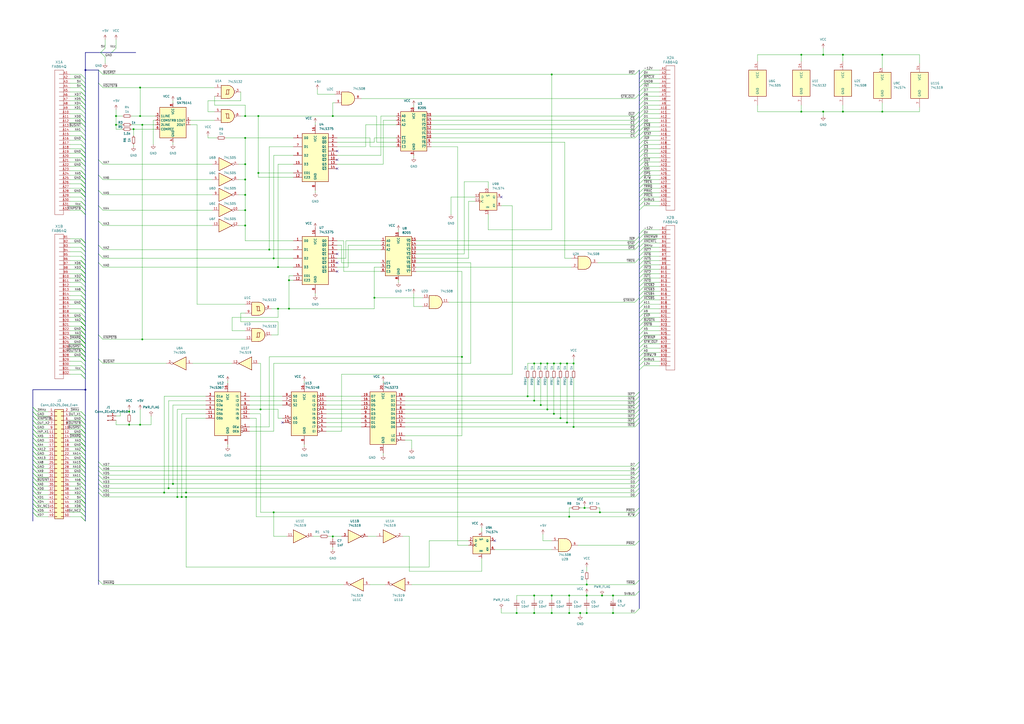
<source format=kicad_sch>
(kicad_sch (version 20230121) (generator eeschema)

  (uuid e1344761-a16d-4352-afe7-1fe017b9cf49)

  (paper "A2")

  (title_block
    (title "DataBoard 5076-00")
    (date "2023-10-10")
    (rev "v1.01")
    (company "SweProj")
    (comment 1 "Monty to 4680 int")
  )

  

  (junction (at 49.53 226.06) (diameter 0) (color 0 0 0 0)
    (uuid 0248e787-6e1c-49e8-8b0b-0fc7558c67a5)
  )
  (junction (at 317.5 210.82) (diameter 0) (color 0 0 0 0)
    (uuid 04c8b2f6-686d-47e3-b5a2-df1d329fddf4)
  )
  (junction (at 81.28 246.38) (diameter 0) (color 0 0 0 0)
    (uuid 05b763b4-6408-49b5-b87b-cda311d9b6ce)
  )
  (junction (at 325.12 210.82) (diameter 0) (color 0 0 0 0)
    (uuid 0676be0b-c282-460d-ba0d-8748dc82faae)
  )
  (junction (at 339.09 294.64) (diameter 0) (color 0 0 0 0)
    (uuid 076d30f8-018c-402d-8d10-5dcfd3142667)
  )
  (junction (at 321.31 210.82) (diameter 0) (color 0 0 0 0)
    (uuid 0a9ee528-782b-49f8-8e38-eb7acbb6c0d7)
  )
  (junction (at 328.93 210.82) (diameter 0) (color 0 0 0 0)
    (uuid 20561860-3292-462b-a3b8-30e9eb14e698)
  )
  (junction (at 149.86 67.31) (diameter 0) (color 0 0 0 0)
    (uuid 244cec5f-57b0-4577-8df4-68a098bbbd43)
  )
  (junction (at 81.28 50.8) (diameter 0) (color 0 0 0 0)
    (uuid 2871969b-8769-4be0-a32e-a479d171a607)
  )
  (junction (at 217.17 172.72) (diameter 0) (color 0 0 0 0)
    (uuid 2aed1204-9991-4d21-9d3d-b1782b590b56)
  )
  (junction (at 355.6 355.6) (diameter 0) (color 0 0 0 0)
    (uuid 35d8cc86-0511-42a3-8650-711c5366c23e)
  )
  (junction (at 299.72 355.6) (diameter 0) (color 0 0 0 0)
    (uuid 365dcba7-1ede-46d0-bfbb-0e40c98742de)
  )
  (junction (at 102.87 288.29) (diameter 0) (color 0 0 0 0)
    (uuid 3b35ce85-19d7-4a6c-a1d6-fd3efe2fa667)
  )
  (junction (at 309.88 232.41) (diameter 0) (color 0 0 0 0)
    (uuid 3b41404b-7d33-419f-8ddc-fbc7b5f068d8)
  )
  (junction (at 488.95 31.75) (diameter 0) (color 0 0 0 0)
    (uuid 3f71e12f-9502-42fe-8fa4-76c17bf6f9ab)
  )
  (junction (at 488.95 64.77) (diameter 0) (color 0 0 0 0)
    (uuid 41c7bd49-d3fb-40d4-8025-9d740a1f1fb6)
  )
  (junction (at 193.04 67.31) (diameter 0) (color 0 0 0 0)
    (uuid 463a61d8-6573-4061-ace2-17272ca41461)
  )
  (junction (at 267.97 207.01) (diameter 0) (color 0 0 0 0)
    (uuid 4cd5d0fe-7726-4814-b42d-12e9eaa2c5eb)
  )
  (junction (at 105.41 288.29) (diameter 0) (color 0 0 0 0)
    (uuid 4d2d9c93-7574-427a-bcbc-2766a597db87)
  )
  (junction (at 74.93 238.76) (diameter 0) (color 0 0 0 0)
    (uuid 4dc0c810-8e51-4caa-86e9-d15c06376576)
  )
  (junction (at 81.28 67.31) (diameter 0) (color 0 0 0 0)
    (uuid 536aeeca-5580-4e0e-984e-11306e10c7d8)
  )
  (junction (at 477.52 31.75) (diameter 0) (color 0 0 0 0)
    (uuid 58eb98d7-c281-4785-bd70-f57fa4ffcbd6)
  )
  (junction (at 511.81 31.75) (diameter 0) (color 0 0 0 0)
    (uuid 59a0d944-b2af-4f7e-8f63-17d3a1503b5e)
  )
  (junction (at 340.36 345.44) (diameter 0) (color 0 0 0 0)
    (uuid 59aa40ac-4ad0-441d-b7a9-6a7cbadad7fe)
  )
  (junction (at 336.55 355.6) (diameter 0) (color 0 0 0 0)
    (uuid 5ce13f3b-69d9-49dd-993b-8335328d2433)
  )
  (junction (at 161.29 154.94) (diameter 0) (color 0 0 0 0)
    (uuid 5e59be98-c4fc-4a0e-bebe-1f5ef853b042)
  )
  (junction (at 317.5 237.49) (diameter 0) (color 0 0 0 0)
    (uuid 6283ca0d-6985-4ebe-93e1-c09794e8cf40)
  )
  (junction (at 306.07 229.87) (diameter 0) (color 0 0 0 0)
    (uuid 637f436c-1771-470a-b3b6-76c0eeb5f7e3)
  )
  (junction (at 74.93 246.38) (diameter 0) (color 0 0 0 0)
    (uuid 63ca8bee-5e2b-4493-9d4b-946882d8c859)
  )
  (junction (at 477.52 64.77) (diameter 0) (color 0 0 0 0)
    (uuid 742026d4-df07-4383-b04c-cadbe184b998)
  )
  (junction (at 100.33 280.67) (diameter 0) (color 0 0 0 0)
    (uuid 7592db09-49d4-4924-9d55-27d5340981bb)
  )
  (junction (at 107.95 288.29) (diameter 0) (color 0 0 0 0)
    (uuid 7a72217c-afb2-47fc-9abf-8714d39f2b34)
  )
  (junction (at 161.29 179.07) (diameter 0) (color 0 0 0 0)
    (uuid 7e5b2ada-dc72-4175-9977-de205741c7bc)
  )
  (junction (at 309.88 345.44) (diameter 0) (color 0 0 0 0)
    (uuid 863df668-b970-4b28-93c2-29ab8aecb9ba)
  )
  (junction (at 330.2 345.44) (diameter 0) (color 0 0 0 0)
    (uuid 875a4fdb-2964-40ff-ad73-10467ef58a3c)
  )
  (junction (at 511.81 64.77) (diameter 0) (color 0 0 0 0)
    (uuid 87eaac93-63a4-485f-aaed-3fb1d24ca7da)
  )
  (junction (at 97.79 283.21) (diameter 0) (color 0 0 0 0)
    (uuid 89d34fb8-0470-41db-a2bf-e1f261ec228e)
  )
  (junction (at 321.31 240.03) (diameter 0) (color 0 0 0 0)
    (uuid 8d19af47-851f-4651-9c44-51687c649a89)
  )
  (junction (at 313.69 210.82) (diameter 0) (color 0 0 0 0)
    (uuid 8fb2d03f-ab45-49b1-89b4-6858872af2e0)
  )
  (junction (at 320.04 355.6) (diameter 0) (color 0 0 0 0)
    (uuid 8fe63b48-de2c-498e-88e6-28489917b8ae)
  )
  (junction (at 142.24 130.81) (diameter 0) (color 0 0 0 0)
    (uuid 92fbef43-2de5-455e-b680-b9b33ef4a881)
  )
  (junction (at 355.6 345.44) (diameter 0) (color 0 0 0 0)
    (uuid 94a6e341-7b90-4a89-a151-fbcd9c44d106)
  )
  (junction (at 330.2 355.6) (diameter 0) (color 0 0 0 0)
    (uuid 99b34b48-aefc-46c8-9da7-7925dd3e815b)
  )
  (junction (at 77.47 74.93) (diameter 0) (color 0 0 0 0)
    (uuid 9ac1f459-db68-4401-b018-7c2bea440953)
  )
  (junction (at 49.53 40.64) (diameter 0) (color 0 0 0 0)
    (uuid 9b78e78c-bfb5-45a2-9e0f-fec7ad8c0819)
  )
  (junction (at 142.24 113.03) (diameter 0) (color 0 0 0 0)
    (uuid 9f816032-29e2-4044-87e3-15f626160ab3)
  )
  (junction (at 325.12 242.57) (diameter 0) (color 0 0 0 0)
    (uuid acee02d5-0aa1-4dad-ad9c-ed4180780cb7)
  )
  (junction (at 67.31 72.39) (diameter 0) (color 0 0 0 0)
    (uuid ae2d3e84-afce-4676-b513-c6bc572da133)
  )
  (junction (at 332.74 247.65) (diameter 0) (color 0 0 0 0)
    (uuid b019e1bf-8ff3-4cf7-95bf-026af145c021)
  )
  (junction (at 142.24 104.14) (diameter 0) (color 0 0 0 0)
    (uuid b0fa76ea-a212-4397-978c-b505bdca798a)
  )
  (junction (at 193.04 311.15) (diameter 0) (color 0 0 0 0)
    (uuid b376419f-c74c-4466-a82c-2628c9bb67e1)
  )
  (junction (at 340.36 355.6) (diameter 0) (color 0 0 0 0)
    (uuid b7faae5e-fa60-4060-97d6-c8e84614a341)
  )
  (junction (at 95.25 285.75) (diameter 0) (color 0 0 0 0)
    (uuid bc9fd276-f409-482e-af5b-f6872115c91d)
  )
  (junction (at 158.75 149.86) (diameter 0) (color 0 0 0 0)
    (uuid bde5f379-fcfc-49e0-a7df-dc1668ec539b)
  )
  (junction (at 142.24 95.25) (diameter 0) (color 0 0 0 0)
    (uuid bf52f8c7-ae61-40c2-91f3-6e763423c660)
  )
  (junction (at 320.04 43.18) (diameter 0) (color 0 0 0 0)
    (uuid bfe65633-8ae6-4e45-8383-47d5230ea082)
  )
  (junction (at 149.86 100.33) (diameter 0) (color 0 0 0 0)
    (uuid c0f447b0-d538-4db2-ad79-b99289a6e89b)
  )
  (junction (at 347.98 297.18) (diameter 0) (color 0 0 0 0)
    (uuid c502b7f9-7665-4e17-a0c7-60a03e9eddcc)
  )
  (junction (at 309.88 210.82) (diameter 0) (color 0 0 0 0)
    (uuid c5e57471-5085-4068-a799-296ff1565467)
  )
  (junction (at 330.2 299.72) (diameter 0) (color 0 0 0 0)
    (uuid c755e985-d194-4b5f-8811-d158ae813f2f)
  )
  (junction (at 82.55 72.39) (diameter 0) (color 0 0 0 0)
    (uuid ca6b8ad1-5ec8-4ff6-a4d4-29b96d07bd77)
  )
  (junction (at 142.24 67.31) (diameter 0) (color 0 0 0 0)
    (uuid cc14543c-c026-49ba-8e0e-722b86da38fe)
  )
  (junction (at 349.25 345.44) (diameter 0) (color 0 0 0 0)
    (uuid ce90a040-e41f-4f5e-bc95-1dbdcfd15a5b)
  )
  (junction (at 67.31 67.31) (diameter 0) (color 0 0 0 0)
    (uuid d0625e38-f200-46af-acbc-ac8b1c831df7)
  )
  (junction (at 151.13 237.49) (diameter 0) (color 0 0 0 0)
    (uuid d0dccd0c-4e09-4027-9bdf-4e1aaef4722a)
  )
  (junction (at 464.82 64.77) (diameter 0) (color 0 0 0 0)
    (uuid d1be2fa8-2492-491e-bacc-1b125f079b8a)
  )
  (junction (at 320.04 345.44) (diameter 0) (color 0 0 0 0)
    (uuid d53f213e-8d37-48c3-9a1f-47923cc35ac8)
  )
  (junction (at 464.82 31.75) (diameter 0) (color 0 0 0 0)
    (uuid d6b250d2-c821-4fb3-b815-58c0149bab00)
  )
  (junction (at 107.95 285.75) (diameter 0) (color 0 0 0 0)
    (uuid d8cf58eb-05ae-49ad-a7c2-c5adf693f0a3)
  )
  (junction (at 158.75 297.18) (diameter 0) (color 0 0 0 0)
    (uuid da9d8871-79a0-42f2-9411-088f2f82ea4e)
  )
  (junction (at 340.36 339.09) (diameter 0) (color 0 0 0 0)
    (uuid dab38522-c4d7-4334-b3af-bbf22201fcf5)
  )
  (junction (at 82.55 196.85) (diameter 0) (color 0 0 0 0)
    (uuid dbe9aecd-2213-4d05-8afb-451484886798)
  )
  (junction (at 167.64 179.07) (diameter 0) (color 0 0 0 0)
    (uuid dc559b71-63dd-4d60-afe6-1af294dbdd4d)
  )
  (junction (at 156.21 144.78) (diameter 0) (color 0 0 0 0)
    (uuid dee762d4-b1c6-4ba0-814b-b918fe7d5971)
  )
  (junction (at 328.93 245.11) (diameter 0) (color 0 0 0 0)
    (uuid e957b1e1-d3eb-447d-9b27-f15170d20dc8)
  )
  (junction (at 142.24 121.92) (diameter 0) (color 0 0 0 0)
    (uuid ee6736de-23d0-4e8d-87d0-2997d5b9f9dc)
  )
  (junction (at 313.69 234.95) (diameter 0) (color 0 0 0 0)
    (uuid f242e516-387d-4955-93a9-5e6b7824f23b)
  )
  (junction (at 309.88 355.6) (diameter 0) (color 0 0 0 0)
    (uuid f6fad894-c0ac-4004-8ab3-cbd2f9c9ce69)
  )
  (junction (at 167.64 162.56) (diameter 0) (color 0 0 0 0)
    (uuid f801c657-6ced-4a58-b03d-8f558cc360b9)
  )
  (junction (at 332.74 210.82) (diameter 0) (color 0 0 0 0)
    (uuid fb9ed87d-88c4-4a24-8910-ad6e260b4701)
  )
  (junction (at 142.24 80.01) (diameter 0) (color 0 0 0 0)
    (uuid fd46a241-fe18-4a7b-a7bf-7fee70609123)
  )

  (no_connect (at 195.58 157.48) (uuid 09e04520-eccc-4f39-8ae7-935869baaedf))
  (no_connect (at 195.58 92.71) (uuid 0a582aaa-687a-45b7-a409-093ac710658d))
  (no_connect (at 195.58 87.63) (uuid 1b6c93b4-dbf8-418b-98dd-0722835823de))
  (no_connect (at 195.58 152.4) (uuid 2b360dac-74e6-46f4-91d1-b6dad72aabb4))
  (no_connect (at 163.83 245.11) (uuid 56a0eb0a-b57d-4aa4-b084-6b1ecb6e0141))
  (no_connect (at 195.58 97.79) (uuid 6b5e20f7-02f4-4487-ba39-30e046acc394))
  (no_connect (at 195.58 147.32) (uuid 76b99f86-79ec-447e-8a3b-de7e0eff834c))
  (no_connect (at 290.83 114.3) (uuid 96fef367-56c8-4746-8e1f-85d7793b30e2))
  (no_connect (at 287.02 313.69) (uuid b52b27f9-4786-4313-bcb4-c5768e4e8763))

  (bus_entry (at 373.38 209.55) (size -2.54 2.54)
    (stroke (width 0) (type default))
    (uuid 00626d44-c8b8-4b38-9cde-71900294fd2e)
  )
  (bus_entry (at 46.99 163.83) (size 2.54 2.54)
    (stroke (width 0) (type default))
    (uuid 00d3dff9-bb1b-4a60-b916-59bad80da8cc)
  )
  (bus_entry (at 373.38 68.58) (size -2.54 2.54)
    (stroke (width 0) (type default))
    (uuid 01010636-6a17-42dd-9380-162e0e12f25b)
  )
  (bus_entry (at 57.15 128.27) (size 2.54 2.54)
    (stroke (width 0) (type default))
    (uuid 017cd690-d748-4cd4-b37c-4887931a7193)
  )
  (bus_entry (at 21.59 292.1) (size -2.54 -2.54)
    (stroke (width 0) (type default))
    (uuid 01c276da-ea1c-434c-9c20-906d58d35d38)
  )
  (bus_entry (at 21.59 274.32) (size -2.54 -2.54)
    (stroke (width 0) (type default))
    (uuid 01e7af3a-b92a-4c78-8d85-f68f45590ab9)
  )
  (bus_entry (at 373.38 173.99) (size -2.54 2.54)
    (stroke (width 0) (type default))
    (uuid 031b8c7d-43da-4ccc-a6fc-99f9fadd6342)
  )
  (bus_entry (at 373.38 201.93) (size -2.54 2.54)
    (stroke (width 0) (type default))
    (uuid 03386a55-d652-4111-8401-59d94af188a8)
  )
  (bus_entry (at 46.99 91.44) (size 2.54 2.54)
    (stroke (width 0) (type default))
    (uuid 03c7bd74-a880-44d5-9cfb-06f328dd7ea1)
  )
  (bus_entry (at 46.99 246.38) (size 2.54 2.54)
    (stroke (width 0) (type default))
    (uuid 041591bb-fbb7-45f1-8b22-6b43ec72209c)
  )
  (bus_entry (at 46.99 81.28) (size 2.54 2.54)
    (stroke (width 0) (type default))
    (uuid 051ee245-da2c-4d91-bec0-d87155db3b0c)
  )
  (bus_entry (at 373.38 88.9) (size -2.54 2.54)
    (stroke (width 0) (type default))
    (uuid 0593435c-a3a6-4303-8ee1-e2f747df2db5)
  )
  (bus_entry (at 46.99 91.44) (size 2.54 2.54)
    (stroke (width 0) (type default))
    (uuid 06a91598-7a99-4bf1-95fb-18942d459f97)
  )
  (bus_entry (at 373.38 45.72) (size -2.54 2.54)
    (stroke (width 0) (type default))
    (uuid 07e61786-b53e-4eea-a736-399d1db323d2)
  )
  (bus_entry (at 21.59 279.4) (size -2.54 -2.54)
    (stroke (width 0) (type default))
    (uuid 07e8641d-0f2a-4f0e-93b7-d69f7db98131)
  )
  (bus_entry (at 46.99 161.29) (size 2.54 2.54)
    (stroke (width 0) (type default))
    (uuid 0940ac63-080f-40fb-a992-a56ae663be12)
  )
  (bus_entry (at 46.99 207.01) (size 2.54 2.54)
    (stroke (width 0) (type default))
    (uuid 097d6681-8084-4981-bdfb-3dda3e61a594)
  )
  (bus_entry (at 46.99 48.26) (size 2.54 2.54)
    (stroke (width 0) (type default))
    (uuid 0a57f88b-6a1e-4cf3-a03f-55d4ccfdc902)
  )
  (bus_entry (at 46.99 204.47) (size 2.54 2.54)
    (stroke (width 0) (type default))
    (uuid 0b76dbbc-4e8b-4f3d-b6c1-201ca306b253)
  )
  (bus_entry (at 46.99 179.07) (size 2.54 2.54)
    (stroke (width 0) (type default))
    (uuid 0c1e2bd8-f4ab-4827-bf99-02d43cf0f3dd)
  )
  (bus_entry (at 46.99 101.6) (size 2.54 2.54)
    (stroke (width 0) (type default))
    (uuid 0d4c2366-f664-4261-b04e-587f987a2bd9)
  )
  (bus_entry (at 21.59 276.86) (size -2.54 -2.54)
    (stroke (width 0) (type default))
    (uuid 0e0ebf8b-fc49-4929-92e4-44a6d890c5d9)
  )
  (bus_entry (at 373.38 55.88) (size -2.54 2.54)
    (stroke (width 0) (type default))
    (uuid 0ebcffc0-8f68-4080-8c66-264c38c9b22f)
  )
  (bus_entry (at 368.3 299.72) (size 2.54 -2.54)
    (stroke (width 0) (type default))
    (uuid 0f654034-395a-4d19-916d-a329ff744fe8)
  )
  (bus_entry (at 373.38 158.75) (size -2.54 2.54)
    (stroke (width 0) (type default))
    (uuid 0f96745d-9cc4-47b0-b110-7258aa92c025)
  )
  (bus_entry (at 46.99 76.2) (size 2.54 2.54)
    (stroke (width 0) (type default))
    (uuid 1078915f-6439-417b-9c09-0af14323030e)
  )
  (bus_entry (at 368.3 237.49) (size 2.54 -2.54)
    (stroke (width 0) (type default))
    (uuid 10b50ae2-11a9-4577-bb67-5e34e174be8a)
  )
  (bus_entry (at 46.99 111.76) (size 2.54 2.54)
    (stroke (width 0) (type default))
    (uuid 10b6aaa8-79fb-40f5-b39c-f98db5192fb8)
  )
  (bus_entry (at 46.99 196.85) (size 2.54 2.54)
    (stroke (width 0) (type default))
    (uuid 111f3560-f1c8-4c76-a829-cd8de6a5d4b5)
  )
  (bus_entry (at 373.38 76.2) (size -2.54 2.54)
    (stroke (width 0) (type default))
    (uuid 11347683-79b8-48fd-a357-e86bf63fa540)
  )
  (bus_entry (at 46.99 254) (size 2.54 2.54)
    (stroke (width 0) (type default))
    (uuid 11d3c47a-0973-48c6-bb9b-cdbe3139fe76)
  )
  (bus_entry (at 46.99 151.13) (size 2.54 2.54)
    (stroke (width 0) (type default))
    (uuid 135f014e-2d53-484b-914a-bcc89846cf8d)
  )
  (bus_entry (at 46.99 140.97) (size 2.54 2.54)
    (stroke (width 0) (type default))
    (uuid 13633ca1-340c-41d8-a17e-34bcbdfcedfc)
  )
  (bus_entry (at 21.59 246.38) (size -2.54 -2.54)
    (stroke (width 0) (type default))
    (uuid 1367a8d8-9045-4cf3-9379-85d14dde0422)
  )
  (bus_entry (at 46.99 68.58) (size 2.54 2.54)
    (stroke (width 0) (type default))
    (uuid 139f2953-845c-4e83-a240-dc9aa7b98803)
  )
  (bus_entry (at 368.3 288.29) (size 2.54 -2.54)
    (stroke (width 0) (type default))
    (uuid 1492a306-e0c8-44e7-92ec-713cba0da2fb)
  )
  (bus_entry (at 46.99 246.38) (size 2.54 2.54)
    (stroke (width 0) (type default))
    (uuid 14e31da1-4a0f-4050-a56a-8bcae3701054)
  )
  (bus_entry (at 373.38 91.44) (size -2.54 2.54)
    (stroke (width 0) (type default))
    (uuid 150e2540-5141-45d1-8fcc-ec13bc1102d8)
  )
  (bus_entry (at 46.99 156.21) (size 2.54 2.54)
    (stroke (width 0) (type default))
    (uuid 15fd0750-caf0-4cd4-a8c1-fc91f704268b)
  )
  (bus_entry (at 21.59 299.72) (size -2.54 -2.54)
    (stroke (width 0) (type default))
    (uuid 160a398b-b270-4563-9812-c8014ee4bdbb)
  )
  (bus_entry (at 46.99 71.12) (size 2.54 2.54)
    (stroke (width 0) (type default))
    (uuid 1672067c-cc7e-4e91-a084-d1292833cc55)
  )
  (bus_entry (at 373.38 138.43) (size -2.54 2.54)
    (stroke (width 0) (type default))
    (uuid 16784260-93bf-498e-8645-d92f98054600)
  )
  (bus_entry (at 368.3 57.15) (size 2.54 -2.54)
    (stroke (width 0) (type default))
    (uuid 16e98c12-45af-4f12-a381-c9e28ca5a7e2)
  )
  (bus_entry (at 46.99 161.29) (size 2.54 2.54)
    (stroke (width 0) (type default))
    (uuid 180497e6-0dec-4857-8da1-41c9fd29c24f)
  )
  (bus_entry (at 46.99 111.76) (size 2.54 2.54)
    (stroke (width 0) (type default))
    (uuid 1863c0bc-0297-4b3f-8d89-36e432bc6394)
  )
  (bus_entry (at 46.99 101.6) (size 2.54 2.54)
    (stroke (width 0) (type default))
    (uuid 18763c10-a0ec-4bcb-9ee3-deab99849a9b)
  )
  (bus_entry (at 46.99 153.67) (size 2.54 2.54)
    (stroke (width 0) (type default))
    (uuid 1903439a-37e1-4847-a3c9-1a1a83fef5ba)
  )
  (bus_entry (at 46.99 109.22) (size 2.54 2.54)
    (stroke (width 0) (type default))
    (uuid 19c34264-3bbc-44b3-a571-af40ad80a33b)
  )
  (bus_entry (at 57.15 273.05) (size 2.54 2.54)
    (stroke (width 0) (type default))
    (uuid 19d59bf2-1ac4-4653-9454-51b64733611c)
  )
  (bus_entry (at 46.99 271.78) (size 2.54 2.54)
    (stroke (width 0) (type default))
    (uuid 1a4cee83-a250-4104-b167-1ab56f8498c5)
  )
  (bus_entry (at 46.99 50.8) (size 2.54 2.54)
    (stroke (width 0) (type default))
    (uuid 1a93bada-4844-452e-99d6-c620d51adafc)
  )
  (bus_entry (at 46.99 191.77) (size 2.54 2.54)
    (stroke (width 0) (type default))
    (uuid 1c22a299-fc05-4dcb-a78b-7c836185f9fc)
  )
  (bus_entry (at 46.99 194.31) (size 2.54 2.54)
    (stroke (width 0) (type default))
    (uuid 1c7129e4-56e0-4f34-ae92-a77fecaef49f)
  )
  (bus_entry (at 46.99 266.7) (size 2.54 2.54)
    (stroke (width 0) (type default))
    (uuid 1ce85a2d-9093-441f-a80d-45b1093fd122)
  )
  (bus_entry (at 46.99 104.14) (size 2.54 2.54)
    (stroke (width 0) (type default))
    (uuid 1d75b0cf-a08e-43d0-8dd7-cb5eb618a155)
  )
  (bus_entry (at 46.99 86.36) (size 2.54 2.54)
    (stroke (width 0) (type default))
    (uuid 1d87f935-40e6-45e1-927a-54a2e971f946)
  )
  (bus_entry (at 368.3 297.18) (size 2.54 -2.54)
    (stroke (width 0) (type default))
    (uuid 1e078c91-a23f-4a1a-93d2-86d8e9283bdd)
  )
  (bus_entry (at 46.99 212.09) (size 2.54 2.54)
    (stroke (width 0) (type default))
    (uuid 1e2dcca7-660f-4c28-bd86-ec74edf7dfd1)
  )
  (bus_entry (at 46.99 256.54) (size 2.54 2.54)
    (stroke (width 0) (type default))
    (uuid 1e6e4ebf-2373-488c-ad95-728f584442b0)
  )
  (bus_entry (at 46.99 207.01) (size 2.54 2.54)
    (stroke (width 0) (type default))
    (uuid 1e9bc929-916a-4d38-bd1b-6ad6f6457cfb)
  )
  (bus_entry (at 46.99 287.02) (size 2.54 2.54)
    (stroke (width 0) (type default))
    (uuid 1f116560-5cbf-4686-9c7a-645e0e57acaa)
  )
  (bus_entry (at 46.99 207.01) (size 2.54 2.54)
    (stroke (width 0) (type default))
    (uuid 1f138f43-3f25-4248-baf6-b3ac0e717bff)
  )
  (bus_entry (at 46.99 58.42) (size 2.54 2.54)
    (stroke (width 0) (type default))
    (uuid 21108084-5c42-43d3-b9c2-a4b6426bba5d)
  )
  (bus_entry (at 46.99 189.23) (size 2.54 2.54)
    (stroke (width 0) (type default))
    (uuid 216192d2-cf6c-4d39-aab9-a2dfaad5326b)
  )
  (bus_entry (at 46.99 194.31) (size 2.54 2.54)
    (stroke (width 0) (type default))
    (uuid 2195968f-4ef0-47e7-8f74-b0856cb8eb5e)
  )
  (bus_entry (at 368.3 152.4) (size 2.54 -2.54)
    (stroke (width 0) (type default))
    (uuid 21ad1ee0-5c1a-4f58-8e42-c7a00911646a)
  )
  (bus_entry (at 21.59 254) (size -2.54 -2.54)
    (stroke (width 0) (type default))
    (uuid 223620f5-8696-4c0f-a812-ea7efe9056f3)
  )
  (bus_entry (at 46.99 243.84) (size 2.54 2.54)
    (stroke (width 0) (type default))
    (uuid 22f337ed-98dd-4f67-a1ae-393735204df5)
  )
  (bus_entry (at 373.38 184.15) (size -2.54 2.54)
    (stroke (width 0) (type default))
    (uuid 2434477b-ac75-4d2b-ab66-b594f555c606)
  )
  (bus_entry (at 46.99 138.43) (size 2.54 2.54)
    (stroke (width 0) (type default))
    (uuid 24767407-a575-4076-a4b0-9d6790043f65)
  )
  (bus_entry (at 46.99 55.88) (size 2.54 2.54)
    (stroke (width 0) (type default))
    (uuid 2548ffc4-183b-4af0-a1ff-7bc0ab2225b0)
  )
  (bus_entry (at 46.99 259.08) (size 2.54 2.54)
    (stroke (width 0) (type default))
    (uuid 2598968d-60a0-4a59-9aba-2582c2ed4065)
  )
  (bus_entry (at 21.59 266.7) (size -2.54 -2.54)
    (stroke (width 0) (type default))
    (uuid 25bbf8af-a1d4-44e9-88af-ed8a5d437ebb)
  )
  (bus_entry (at 373.38 116.84) (size -2.54 2.54)
    (stroke (width 0) (type default))
    (uuid 25c19b93-6600-4790-952e-d53e167fd1ec)
  )
  (bus_entry (at 58.42 30.48) (size 2.54 -2.54)
    (stroke (width 0) (type default))
    (uuid 27212589-8ff6-4573-af04-7544fc54afa8)
  )
  (bus_entry (at 46.99 248.92) (size 2.54 2.54)
    (stroke (width 0) (type default))
    (uuid 2779c4dd-d22d-4bda-9871-557cc49b7845)
  )
  (bus_entry (at 46.99 292.1) (size 2.54 2.54)
    (stroke (width 0) (type default))
    (uuid 27b2faf0-dfaa-43f1-bdca-f6ef87047d64)
  )
  (bus_entry (at 21.59 238.76) (size -2.54 -2.54)
    (stroke (width 0) (type default))
    (uuid 285940c4-8c93-4f67-a547-5b882ddb4f58)
  )
  (bus_entry (at 46.99 274.32) (size 2.54 2.54)
    (stroke (width 0) (type default))
    (uuid 28f9be8d-b106-4d3d-b090-97a9db1b4447)
  )
  (bus_entry (at 46.99 256.54) (size 2.54 2.54)
    (stroke (width 0) (type default))
    (uuid 2950bf02-f288-41aa-88ac-b6ebc7a545b2)
  )
  (bus_entry (at 46.99 78.74) (size 2.54 2.54)
    (stroke (width 0) (type default))
    (uuid 2962df16-b266-4d3c-a2d0-31770a49f0c6)
  )
  (bus_entry (at 373.38 189.23) (size -2.54 2.54)
    (stroke (width 0) (type default))
    (uuid 29778652-1cb4-48a4-bdeb-debe2291faa5)
  )
  (bus_entry (at 46.99 297.18) (size 2.54 2.54)
    (stroke (width 0) (type default))
    (uuid 29dc60e2-006f-4aca-90c8-9a1cae72a1ee)
  )
  (bus_entry (at 46.99 196.85) (size 2.54 2.54)
    (stroke (width 0) (type default))
    (uuid 2a8d5b9d-a0f4-4418-9042-3eaf4c2f8f82)
  )
  (bus_entry (at 46.99 248.92) (size 2.54 2.54)
    (stroke (width 0) (type default))
    (uuid 2c5ebd50-08e3-4c29-8948-7d8088246260)
  )
  (bus_entry (at 46.99 217.17) (size 2.54 2.54)
    (stroke (width 0) (type default))
    (uuid 2ebd8d8e-e7bf-455b-852d-f15030a16962)
  )
  (bus_entry (at 46.99 297.18) (size 2.54 2.54)
    (stroke (width 0) (type default))
    (uuid 2ec1d3a2-eed6-465f-abce-9ab7d49e4f03)
  )
  (bus_entry (at 368.3 74.93) (size 2.54 -2.54)
    (stroke (width 0) (type default))
    (uuid 2f651ebf-704b-44f7-8474-054047fd2984)
  )
  (bus_entry (at 21.59 243.84) (size -2.54 -2.54)
    (stroke (width 0) (type default))
    (uuid 2fd6dbec-a21c-417c-97d2-ee742c3523bc)
  )
  (bus_entry (at 46.99 292.1) (size 2.54 2.54)
    (stroke (width 0) (type default))
    (uuid 2fd6e204-635e-415c-bfe5-946789b0c7ee)
  )
  (bus_entry (at 21.59 287.02) (size -2.54 -2.54)
    (stroke (width 0) (type default))
    (uuid 313e1e09-01b5-4d7c-a9bf-c2a8581d0a36)
  )
  (bus_entry (at 46.99 256.54) (size 2.54 2.54)
    (stroke (width 0) (type default))
    (uuid 3184ec14-83f3-4311-bc22-d5107b134624)
  )
  (bus_entry (at 46.99 83.82) (size 2.54 2.54)
    (stroke (width 0) (type default))
    (uuid 32b5501b-877c-45e3-a306-4caf69ac474d)
  )
  (bus_entry (at 46.99 181.61) (size 2.54 2.54)
    (stroke (width 0) (type default))
    (uuid 32ce7ec4-27d5-412f-86a8-ae55e659bce0)
  )
  (bus_entry (at 21.59 251.46) (size -2.54 -2.54)
    (stroke (width 0) (type default))
    (uuid 32e9ed9c-5694-488b-b227-acac4738aa43)
  )
  (bus_entry (at 57.15 275.59) (size 2.54 2.54)
    (stroke (width 0) (type default))
    (uuid 3367f88c-beb1-4921-8a4f-767c66836d95)
  )
  (bus_entry (at 373.38 66.04) (size -2.54 2.54)
    (stroke (width 0) (type default))
    (uuid 33a44909-5efc-45c3-9ccd-f654d2535065)
  )
  (bus_entry (at 373.38 99.06) (size -2.54 2.54)
    (stroke (width 0) (type default))
    (uuid 33e62bc8-1a75-4691-acec-8d0bf228a7a0)
  )
  (bus_entry (at 46.99 104.14) (size 2.54 2.54)
    (stroke (width 0) (type default))
    (uuid 341cd6a1-838e-4b28-9e59-735c0c7ae3a8)
  )
  (bus_entry (at 46.99 45.72) (size 2.54 2.54)
    (stroke (width 0) (type default))
    (uuid 34dacd57-0856-4830-9ec6-142189317342)
  )
  (bus_entry (at 46.99 93.98) (size 2.54 2.54)
    (stroke (width 0) (type default))
    (uuid 350a9437-3a3d-4762-a01c-aa629a128dcd)
  )
  (bus_entry (at 21.59 261.62) (size -2.54 -2.54)
    (stroke (width 0) (type default))
    (uuid 35ea7997-a48c-4568-8fc1-68f8f48229f6)
  )
  (bus_entry (at 46.99 43.18) (size 2.54 2.54)
    (stroke (width 0) (type default))
    (uuid 3757fc29-e979-4724-a6d9-c33e01c28ac4)
  )
  (bus_entry (at 21.59 259.08) (size -2.54 -2.54)
    (stroke (width 0) (type default))
    (uuid 380840bd-5c2c-4863-b6d9-15f45867c5bf)
  )
  (bus_entry (at 21.59 241.3) (size -2.54 -2.54)
    (stroke (width 0) (type default))
    (uuid 3828a0d9-d8b9-4898-8474-c0cb93308de7)
  )
  (bus_entry (at 60.96 33.02) (size -2.54 -2.54)
    (stroke (width 0) (type default))
    (uuid 387654d5-80d2-46d9-8cd5-7f208f8856d5)
  )
  (bus_entry (at 46.99 238.76) (size 2.54 2.54)
    (stroke (width 0) (type default))
    (uuid 38d4f8e4-ca47-4de2-aed5-296079b6f830)
  )
  (bus_entry (at 46.99 201.93) (size 2.54 2.54)
    (stroke (width 0) (type default))
    (uuid 38e65adc-e2e5-4202-b4ff-fb964959940b)
  )
  (bus_entry (at 21.59 299.72) (size -2.54 -2.54)
    (stroke (width 0) (type default))
    (uuid 39aaaa38-609c-4ebe-8807-6fa015137c0e)
  )
  (bus_entry (at 368.3 234.95) (size 2.54 -2.54)
    (stroke (width 0) (type default))
    (uuid 39bf5ea4-8a66-440b-9970-83032b783066)
  )
  (bus_entry (at 57.15 267.97) (size 2.54 2.54)
    (stroke (width 0) (type default))
    (uuid 3a33b77d-520a-4245-ad82-aad1cade0e77)
  )
  (bus_entry (at 373.38 207.01) (size -2.54 2.54)
    (stroke (width 0) (type default))
    (uuid 3a4ebfa4-0877-4ac3-b0a2-bed0f49cb978)
  )
  (bus_entry (at 46.99 101.6) (size 2.54 2.54)
    (stroke (width 0) (type default))
    (uuid 3ac78842-b82f-40ea-8f07-dbbb33f4013a)
  )
  (bus_entry (at 368.3 77.47) (size 2.54 -2.54)
    (stroke (width 0) (type default))
    (uuid 3adabfd9-0611-40a4-870b-1277e0cc9612)
  )
  (bus_entry (at 21.59 276.86) (size -2.54 -2.54)
    (stroke (width 0) (type default))
    (uuid 3b76a28c-9e70-4359-9ca6-fd325696d966)
  )
  (bus_entry (at 46.99 161.29) (size 2.54 2.54)
    (stroke (width 0) (type default))
    (uuid 3c23edf2-00d5-4a0d-a4d8-3f4fca4ffc37)
  )
  (bus_entry (at 46.99 266.7) (size 2.54 2.54)
    (stroke (width 0) (type default))
    (uuid 3c5bd003-a40c-4c22-9d5d-4961ebb6e862)
  )
  (bus_entry (at 21.59 256.54) (size -2.54 -2.54)
    (stroke (width 0) (type default))
    (uuid 3c68256e-b1e5-48c0-a5cd-5548c42da3d7)
  )
  (bus_entry (at 46.99 55.88) (size 2.54 2.54)
    (stroke (width 0) (type default))
    (uuid 3cf6f733-5ba4-4898-8c43-65bcdbe93104)
  )
  (bus_entry (at 46.99 199.39) (size 2.54 2.54)
    (stroke (width 0) (type default))
    (uuid 3ddbfc5c-4b17-4a17-9baa-f4f40103b702)
  )
  (bus_entry (at 46.99 166.37) (size 2.54 2.54)
    (stroke (width 0) (type default))
    (uuid 3deb1f7c-516a-48a3-818b-b961a5aaa518)
  )
  (bus_entry (at 21.59 281.94) (size -2.54 -2.54)
    (stroke (width 0) (type default))
    (uuid 3f473e37-ee12-4131-aaca-ef51ea8143c1)
  )
  (bus_entry (at 46.99 259.08) (size 2.54 2.54)
    (stroke (width 0) (type default))
    (uuid 3ff3a47e-c2d5-46ab-977c-b10226e85fff)
  )
  (bus_entry (at 46.99 199.39) (size 2.54 2.54)
    (stroke (width 0) (type default))
    (uuid 40b73d98-f3a1-47fe-81b9-26da153f236e)
  )
  (bus_entry (at 46.99 191.77) (size 2.54 2.54)
    (stroke (width 0) (type default))
    (uuid 413f3597-d0bd-451d-b357-ef8e6e1800da)
  )
  (bus_entry (at 21.59 238.76) (size -2.54 -2.54)
    (stroke (width 0) (type default))
    (uuid 4171041b-24bc-4bb9-a42a-da5d4bf65cce)
  )
  (bus_entry (at 21.59 269.24) (size -2.54 -2.54)
    (stroke (width 0) (type default))
    (uuid 418ce37a-2839-472f-9e3d-9e5ee02dbead)
  )
  (bus_entry (at 46.99 254) (size 2.54 2.54)
    (stroke (width 0) (type default))
    (uuid 419b60db-276c-4645-8103-6514fda53534)
  )
  (bus_entry (at 21.59 248.92) (size -2.54 -2.54)
    (stroke (width 0) (type default))
    (uuid 41d7fcd7-5c7c-4708-9371-09a3060a98d9)
  )
  (bus_entry (at 368.3 283.21) (size 2.54 -2.54)
    (stroke (width 0) (type default))
    (uuid 424d5095-8b18-4cee-877d-57aebbc7a6b3)
  )
  (bus_entry (at 368.3 69.85) (size 2.54 -2.54)
    (stroke (width 0) (type default))
    (uuid 425ca748-e295-4d3e-b9fb-7a69c8e0ab29)
  )
  (bus_entry (at 373.38 104.14) (size -2.54 2.54)
    (stroke (width 0) (type default))
    (uuid 42fed9bf-863c-423c-a913-47a5194aa7f3)
  )
  (bus_entry (at 46.99 151.13) (size 2.54 2.54)
    (stroke (width 0) (type default))
    (uuid 4392f26a-a7b8-459c-b930-bb8a8e3da582)
  )
  (bus_entry (at 368.3 273.05) (size 2.54 -2.54)
    (stroke (width 0) (type default))
    (uuid 43cb0c0b-b1af-475a-adf1-204dc1ceddb4)
  )
  (bus_entry (at 46.99 204.47) (size 2.54 2.54)
    (stroke (width 0) (type default))
    (uuid 447e3886-0a16-4470-8cd8-53149baba9e0)
  )
  (bus_entry (at 373.38 161.29) (size -2.54 2.54)
    (stroke (width 0) (type default))
    (uuid 44990fda-78c9-4d67-b2b5-8fa0085dc1dd)
  )
  (bus_entry (at 46.99 199.39) (size 2.54 2.54)
    (stroke (width 0) (type default))
    (uuid 450c4136-1cbb-4f49-99d9-b4b5af2c2baa)
  )
  (bus_entry (at 46.99 196.85) (size 2.54 2.54)
    (stroke (width 0) (type default))
    (uuid 46189da3-b16f-4a2d-bf00-88a15d0ad4e4)
  )
  (bus_entry (at 373.38 78.74) (size -2.54 2.54)
    (stroke (width 0) (type default))
    (uuid 46d30a5e-4ff2-4822-84e1-9e0aa0081e33)
  )
  (bus_entry (at 21.59 284.48) (size -2.54 -2.54)
    (stroke (width 0) (type default))
    (uuid 47f5c9d1-4e94-4e70-9517-a9fe767ed20e)
  )
  (bus_entry (at 46.99 99.06) (size 2.54 2.54)
    (stroke (width 0) (type default))
    (uuid 4859695f-7a52-4f34-b37c-20adef611ee6)
  )
  (bus_entry (at 46.99 248.92) (size 2.54 2.54)
    (stroke (width 0) (type default))
    (uuid 4887b0df-6caf-4d5e-b648-1b8e0d701cad)
  )
  (bus_entry (at 46.99 274.32) (size 2.54 2.54)
    (stroke (width 0) (type default))
    (uuid 48952063-1497-4d14-8fd5-acea618a5cee)
  )
  (bus_entry (at 46.99 116.84) (size 2.54 2.54)
    (stroke (width 0) (type default))
    (uuid 48c7fcf8-3a59-40a0-a2e9-5e205c34f956)
  )
  (bus_entry (at 368.3 72.39) (size 2.54 -2.54)
    (stroke (width 0) (type default))
    (uuid 48df48c6-3f7c-416a-be98-6584db4a3390)
  )
  (bus_entry (at 21.59 254) (size -2.54 -2.54)
    (stroke (width 0) (type default))
    (uuid 495a8bd2-379d-4c73-91bb-563725db8a55)
  )
  (bus_entry (at 21.59 264.16) (size -2.54 -2.54)
    (stroke (width 0) (type default))
    (uuid 4aea5074-ffe6-46dc-b4bd-264c6b7af3af)
  )
  (bus_entry (at 46.99 53.34) (size 2.54 2.54)
    (stroke (width 0) (type default))
    (uuid 4af666ea-a427-491c-a44c-7187cb6469b8)
  )
  (bus_entry (at 373.38 111.76) (size -2.54 2.54)
    (stroke (width 0) (type default))
    (uuid 4bfa998a-63df-486c-beb9-b4fd8ca82c96)
  )
  (bus_entry (at 373.38 196.85) (size -2.54 2.54)
    (stroke (width 0) (type default))
    (uuid 4c1f70dc-9295-4f1e-b8c6-4a5a9667050a)
  )
  (bus_entry (at 46.99 189.23) (size 2.54 2.54)
    (stroke (width 0) (type default))
    (uuid 4cbd3cd3-2a43-4cbd-be47-e169397bad2c)
  )
  (bus_entry (at 57.15 142.24) (size 2.54 2.54)
    (stroke (width 0) (type default))
    (uuid 4cda1c6e-27d2-4210-a8c9-515f3e12fd5f)
  )
  (bus_entry (at 368.3 280.67) (size 2.54 -2.54)
    (stroke (width 0) (type default))
    (uuid 4da7c820-093f-4495-bad6-708fdb6bbc89)
  )
  (bus_entry (at 373.38 60.96) (size -2.54 2.54)
    (stroke (width 0) (type default))
    (uuid 4de8ad98-ea1c-4325-8d8c-43cd9d1515a1)
  )
  (bus_entry (at 368.3 275.59) (size 2.54 -2.54)
    (stroke (width 0) (type default))
    (uuid 4e974353-3a4a-4193-84fb-b1a85ef2cb9b)
  )
  (bus_entry (at 21.59 279.4) (size -2.54 -2.54)
    (stroke (width 0) (type default))
    (uuid 4feeb057-e13c-4317-9f76-8c465ffccbc9)
  )
  (bus_entry (at 46.99 184.15) (size 2.54 2.54)
    (stroke (width 0) (type default))
    (uuid 4ffc3cda-2af7-4ed3-8b92-9f66ce907386)
  )
  (bus_entry (at 46.99 248.92) (size 2.54 2.54)
    (stroke (width 0) (type default))
    (uuid 50923a0c-aef5-4297-9b39-4c9e9df55ad8)
  )
  (bus_entry (at 46.99 168.91) (size 2.54 2.54)
    (stroke (width 0) (type default))
    (uuid 51cc21fd-3de7-4d42-a629-1a17f7d4a1e4)
  )
  (bus_entry (at 46.99 194.31) (size 2.54 2.54)
    (stroke (width 0) (type default))
    (uuid 528483bd-58e6-438e-aa54-e9d4ebc88ee1)
  )
  (bus_entry (at 57.15 40.64) (size 2.54 2.54)
    (stroke (width 0) (type default))
    (uuid 530b1d8e-e115-42fd-9cab-aa3e30413011)
  )
  (bus_entry (at 46.99 106.68) (size 2.54 2.54)
    (stroke (width 0) (type default))
    (uuid 53f5badf-98b7-4bab-b057-b2585950e157)
  )
  (bus_entry (at 21.59 266.7) (size -2.54 -2.54)
    (stroke (width 0) (type default))
    (uuid 546d4f34-e858-40f9-ae75-b5821df6b563)
  )
  (bus_entry (at 373.38 40.64) (size -2.54 2.54)
    (stroke (width 0) (type default))
    (uuid 54978c8e-c048-470f-b5a8-87059742b891)
  )
  (bus_entry (at 46.99 101.6) (size 2.54 2.54)
    (stroke (width 0) (type default))
    (uuid 562226de-7aff-4bef-a4db-4dad950223d4)
  )
  (bus_entry (at 373.38 194.31) (size -2.54 2.54)
    (stroke (width 0) (type default))
    (uuid 56cb32ea-4b49-4995-bbfe-886231905ae1)
  )
  (bus_entry (at 46.99 194.31) (size 2.54 2.54)
    (stroke (width 0) (type default))
    (uuid 57276792-8517-4add-a2dd-adfef7457111)
  )
  (bus_entry (at 368.3 270.51) (size 2.54 -2.54)
    (stroke (width 0) (type default))
    (uuid 573558ec-322a-4ae4-9cd4-861d4823b150)
  )
  (bus_entry (at 46.99 153.67) (size 2.54 2.54)
    (stroke (width 0) (type default))
    (uuid 57409178-1e12-4224-96e5-7f2f1cd502cb)
  )
  (bus_entry (at 46.99 66.04) (size 2.54 2.54)
    (stroke (width 0) (type default))
    (uuid 58e87849-b1a2-405f-aab6-b64bc294985c)
  )
  (bus_entry (at 21.59 259.08) (size -2.54 -2.54)
    (stroke (width 0) (type default))
    (uuid 591f913b-86d9-4427-8208-38d996e4129f)
  )
  (bus_entry (at 373.38 101.6) (size -2.54 2.54)
    (stroke (width 0) (type default))
    (uuid 5a99b870-f390-4355-85e3-41cb54a3a327)
  )
  (bus_entry (at 373.38 204.47) (size -2.54 2.54)
    (stroke (width 0) (type default))
    (uuid 5bc700e2-0031-4b2a-ba26-fbc635732156)
  )
  (bus_entry (at 46.99 146.05) (size 2.54 2.54)
    (stroke (width 0) (type default))
    (uuid 5c3297a9-be8f-4cc7-aa88-3c279b81c349)
  )
  (bus_entry (at 46.99 156.21) (size 2.54 2.54)
    (stroke (width 0) (type default))
    (uuid 5c956e3d-b18c-4484-aa33-d6fd63045160)
  )
  (bus_entry (at 368.3 80.01) (size 2.54 -2.54)
    (stroke (width 0) (type default))
    (uuid 5d1542d2-842c-46a5-b2f5-5a5bb465d92e)
  )
  (bus_entry (at 57.15 208.28) (size 2.54 2.54)
    (stroke (width 0) (type default))
    (uuid 5e0006aa-ceb4-4516-9f43-22d0593786f1)
  )
  (bus_entry (at 368.3 144.78) (size 2.54 -2.54)
    (stroke (width 0) (type default))
    (uuid 5f867e0e-a923-4db1-9843-f4684abfb7ed)
  )
  (bus_entry (at 46.99 173.99) (size 2.54 2.54)
    (stroke (width 0) (type default))
    (uuid 5fcdba7f-c1ec-4166-a063-d2551466f78c)
  )
  (bus_entry (at 46.99 186.69) (size 2.54 2.54)
    (stroke (width 0) (type default))
    (uuid 5ffe9477-d7d9-4a78-b62c-09fa7efd47ac)
  )
  (bus_entry (at 46.99 196.85) (size 2.54 2.54)
    (stroke (width 0) (type default))
    (uuid 617364e2-b9f2-47ee-ad9a-240289491ab2)
  )
  (bus_entry (at 368.3 339.09) (size 2.54 -2.54)
    (stroke (width 0) (type default))
    (uuid 617a97da-0613-438c-8524-57483ccbe57a)
  )
  (bus_entry (at 373.38 163.83) (size -2.54 2.54)
    (stroke (width 0) (type default))
    (uuid 61c3a101-0ce8-4e5a-83d3-8fb7c83921a8)
  )
  (bus_entry (at 46.99 153.67) (size 2.54 2.54)
    (stroke (width 0) (type default))
    (uuid 6327393b-be79-4d8c-a969-9a833326411b)
  )
  (bus_entry (at 373.38 168.91) (size -2.54 2.54)
    (stroke (width 0) (type default))
    (uuid 643fd9e1-a5c3-44ea-b759-7ffd76a47f49)
  )
  (bus_entry (at 57.15 48.26) (size 2.54 2.54)
    (stroke (width 0) (type default))
    (uuid 65402f33-5c53-4aad-9ccd-3ba990b9405e)
  )
  (bus_entry (at 46.99 284.48) (size 2.54 2.54)
    (stroke (width 0) (type default))
    (uuid 6681d5ce-ad69-4b25-9fe1-1dd7f79ea882)
  )
  (bus_entry (at 46.99 173.99) (size 2.54 2.54)
    (stroke (width 0) (type default))
    (uuid 66dfa170-fba9-44aa-9c06-5dc545c6fa14)
  )
  (bus_entry (at 46.99 119.38) (size 2.54 2.54)
    (stroke (width 0) (type default))
    (uuid 6745fc1c-1b41-44f1-ad04-2ad4809f3508)
  )
  (bus_entry (at 21.59 271.78) (size -2.54 -2.54)
    (stroke (width 0) (type default))
    (uuid 67465f29-ef5a-46c1-a2f6-391f81022155)
  )
  (bus_entry (at 46.99 209.55) (size 2.54 2.54)
    (stroke (width 0) (type default))
    (uuid 68e913e8-45bb-4272-a163-44cbc7d5d489)
  )
  (bus_entry (at 373.38 135.89) (size -2.54 2.54)
    (stroke (width 0) (type default))
    (uuid 6af4272c-000a-4e52-9beb-2548f77bcab6)
  )
  (bus_entry (at 373.38 151.13) (size -2.54 2.54)
    (stroke (width 0) (type default))
    (uuid 6c48abc1-6f7a-479a-bf86-2f83f0b80554)
  )
  (bus_entry (at 46.99 194.31) (size 2.54 2.54)
    (stroke (width 0) (type default))
    (uuid 6de0c966-3d01-4fd5-8331-a6c7047a72c5)
  )
  (bus_entry (at 46.99 114.3) (size 2.54 2.54)
    (stroke (width 0) (type default))
    (uuid 6ed5b6d7-2d26-45b7-8cab-e9205bb62f26)
  )
  (bus_entry (at 46.99 111.76) (size 2.54 2.54)
    (stroke (width 0) (type default))
    (uuid 6eeb4dd0-cddb-42b6-b41e-359df3d4acea)
  )
  (bus_entry (at 46.99 176.53) (size 2.54 2.54)
    (stroke (width 0) (type default))
    (uuid 6f690662-a692-4876-b152-98e243df4d8b)
  )
  (bus_entry (at 373.38 176.53) (size -2.54 2.54)
    (stroke (width 0) (type default))
    (uuid 6fce74e4-9386-4b64-b744-e711c16c7730)
  )
  (bus_entry (at 46.99 184.15) (size 2.54 2.54)
    (stroke (width 0) (type default))
    (uuid 6ff1e458-940e-4248-a106-f374a2dee9d6)
  )
  (bus_entry (at 21.59 248.92) (size -2.54 -2.54)
    (stroke (width 0) (type default))
    (uuid 70cda8e8-d108-49d4-bb82-6801e3dc158d)
  )
  (bus_entry (at 373.38 53.34) (size -2.54 2.54)
    (stroke (width 0) (type default))
    (uuid 70e3f6fc-a62b-497f-a8dc-56f2283ac3a2)
  )
  (bus_entry (at 46.99 241.3) (size 2.54 2.54)
    (stroke (width 0) (type default))
    (uuid 70fb844a-82bd-4bc4-9409-2b3a6ff4678a)
  )
  (bus_entry (at 57.15 147.32) (size 2.54 2.54)
    (stroke (width 0) (type default))
    (uuid 71400ee4-1a6e-46c6-ae0b-f5c403917e28)
  )
  (bus_entry (at 46.99 266.7) (size 2.54 2.54)
    (stroke (width 0) (type default))
    (uuid 71c5b89f-9346-4456-a14c-609d0087ba5a)
  )
  (bus_entry (at 373.38 186.69) (size -2.54 2.54)
    (stroke (width 0) (type default))
    (uuid 73658f85-b177-4d8a-8243-fb52b682d8a7)
  )
  (bus_entry (at 46.99 71.12) (size 2.54 2.54)
    (stroke (width 0) (type default))
    (uuid 75626068-a764-4784-a070-17a5b31c7b07)
  )
  (bus_entry (at 46.99 109.22) (size 2.54 2.54)
    (stroke (width 0) (type default))
    (uuid 76e05a86-b133-4431-93e1-e4f9301ad265)
  )
  (bus_entry (at 46.99 173.99) (size 2.54 2.54)
    (stroke (width 0) (type default))
    (uuid 7720a0f6-6963-46e8-abbe-f9a5ccaef6df)
  )
  (bus_entry (at 46.99 289.56) (size 2.54 2.54)
    (stroke (width 0) (type default))
    (uuid 773ce705-792e-47e9-9124-5e80bb1a2a1c)
  )
  (bus_entry (at 368.3 285.75) (size 2.54 -2.54)
    (stroke (width 0) (type default))
    (uuid 77a505a2-88f1-49bb-bc52-3a9685c99a33)
  )
  (bus_entry (at 46.99 96.52) (size 2.54 2.54)
    (stroke (width 0) (type default))
    (uuid 77f06106-e111-4390-8512-8d19da0555d7)
  )
  (bus_entry (at 46.99 251.46) (size 2.54 2.54)
    (stroke (width 0) (type default))
    (uuid 7889f538-7d53-48cf-a5f0-ce557f6b1099)
  )
  (bus_entry (at 46.99 279.4) (size 2.54 2.54)
    (stroke (width 0) (type default))
    (uuid 78cc2795-836e-4be1-bddb-4e9470b329e8)
  )
  (bus_entry (at 46.99 259.08) (size 2.54 2.54)
    (stroke (width 0) (type default))
    (uuid 79cd3043-90f1-43d5-bd1b-e69841b12944)
  )
  (bus_entry (at 46.99 186.69) (size 2.54 2.54)
    (stroke (width 0) (type default))
    (uuid 7a73f5db-8249-4ab8-aba1-0699122da83e)
  )
  (bus_entry (at 46.99 189.23) (size 2.54 2.54)
    (stroke (width 0) (type default))
    (uuid 7ae15410-d7d8-4531-8abd-aebd2f94fc7b)
  )
  (bus_entry (at 57.15 92.71) (size 2.54 2.54)
    (stroke (width 0) (type default))
    (uuid 7afd72e2-ab18-41f7-830f-c9aef1f16e10)
  )
  (bus_entry (at 46.99 201.93) (size 2.54 2.54)
    (stroke (width 0) (type default))
    (uuid 7c648460-c38b-4f7e-bf98-4173102398bf)
  )
  (bus_entry (at 46.99 161.29) (size 2.54 2.54)
    (stroke (width 0) (type default))
    (uuid 7d09a555-77ff-41ae-838e-606f68976e46)
  )
  (bus_entry (at 46.99 166.37) (size 2.54 2.54)
    (stroke (width 0) (type default))
    (uuid 7dc9a075-d0ea-428e-84d0-28b1bf21a27f)
  )
  (bus_entry (at 46.99 266.7) (size 2.54 2.54)
    (stroke (width 0) (type default))
    (uuid 7f111e77-4c01-49a7-971c-f2748afa9680)
  )
  (bus_entry (at 46.99 140.97) (size 2.54 2.54)
    (stroke (width 0) (type default))
    (uuid 8036cd1f-c9b4-4045-9043-25ea7b63040a)
  )
  (bus_entry (at 368.3 229.87) (size 2.54 -2.54)
    (stroke (width 0) (type default))
    (uuid 80507b7e-a8d5-4de0-8b5d-21b54f2ab385)
  )
  (bus_entry (at 21.59 281.94) (size -2.54 -2.54)
    (stroke (width 0) (type default))
    (uuid 80cdcfed-a055-4402-9325-c5830ddf907b)
  )
  (bus_entry (at 46.99 243.84) (size 2.54 2.54)
    (stroke (width 0) (type default))
    (uuid 81f3d2eb-c5be-499f-a00c-72881cf92101)
  )
  (bus_entry (at 368.3 355.6) (size 2.54 -2.54)
    (stroke (width 0) (type default))
    (uuid 81fad711-adec-425a-b408-d2c27b89f26c)
  )
  (bus_entry (at 46.99 58.42) (size 2.54 2.54)
    (stroke (width 0) (type default))
    (uuid 83858477-b5c6-4de5-b375-ddaf0d0e5269)
  )
  (bus_entry (at 46.99 68.58) (size 2.54 2.54)
    (stroke (width 0) (type default))
    (uuid 83b81306-184a-4941-aa36-2121572b6459)
  )
  (bus_entry (at 368.3 175.26) (size 2.54 -2.54)
    (stroke (width 0) (type default))
    (uuid 84362e09-382f-42b9-8174-e46dc5aacd1b)
  )
  (bus_entry (at 46.99 189.23) (size 2.54 2.54)
    (stroke (width 0) (type default))
    (uuid 84b2f62d-67f7-474a-85d3-f4e9e9427776)
  )
  (bus_entry (at 21.59 274.32) (size -2.54 -2.54)
    (stroke (width 0) (type default))
    (uuid 84c9369d-266e-427c-885e-d3968552d874)
  )
  (bus_entry (at 46.99 143.51) (size 2.54 2.54)
    (stroke (width 0) (type default))
    (uuid 84d01d90-18c4-4de2-9719-6129dbe1f272)
  )
  (bus_entry (at 46.99 63.5) (size 2.54 2.54)
    (stroke (width 0) (type default))
    (uuid 85c38438-6332-4072-8f03-af314a248b47)
  )
  (bus_entry (at 57.15 101.6) (size 2.54 2.54)
    (stroke (width 0) (type default))
    (uuid 864d8661-3bb9-426e-aa65-919e2d7cc94d)
  )
  (bus_entry (at 57.15 110.49) (size 2.54 2.54)
    (stroke (width 0) (type default))
    (uuid 868d5b9c-8cbc-417d-818c-d1e398914c46)
  )
  (bus_entry (at 46.99 196.85) (size 2.54 2.54)
    (stroke (width 0) (type default))
    (uuid 86bacf4d-4ab0-48fd-831f-9ea7fa437eb9)
  )
  (bus_entry (at 373.38 156.21) (size -2.54 2.54)
    (stroke (width 0) (type default))
    (uuid 86ffc6b2-d085-4709-8634-e641420b7735)
  )
  (bus_entry (at 46.99 271.78) (size 2.54 2.54)
    (stroke (width 0) (type default))
    (uuid 8763b616-c05b-408d-995e-dac3631ef413)
  )
  (bus_entry (at 46.99 186.69) (size 2.54 2.54)
    (stroke (width 0) (type default))
    (uuid 87e02af9-7b26-4880-aee1-e9cfb45bd1c4)
  )
  (bus_entry (at 46.99 116.84) (size 2.54 2.54)
    (stroke (width 0) (type default))
    (uuid 8858481b-1132-4df8-80b9-6fbc16c5f66f)
  )
  (bus_entry (at 46.99 241.3) (size 2.54 2.54)
    (stroke (width 0) (type default))
    (uuid 891cf8df-f36f-4e2d-b876-d332b6a6d0ae)
  )
  (bus_entry (at 46.99 121.92) (size 2.54 2.54)
    (stroke (width 0) (type default))
    (uuid 89b7ad57-3306-475c-bd33-3f11e14c9b7a)
  )
  (bus_entry (at 373.38 63.5) (size -2.54 2.54)
    (stroke (width 0) (type default))
    (uuid 89d22b29-e6f0-46a2-a544-4fe2b16d5a4d)
  )
  (bus_entry (at 46.99 294.64) (size 2.54 2.54)
    (stroke (width 0) (type default))
    (uuid 8a670ba0-1ded-4cc5-886b-8a58f36590e8)
  )
  (bus_entry (at 368.3 142.24) (size 2.54 -2.54)
    (stroke (width 0) (type default))
    (uuid 8b7303a6-9335-4d3c-87ad-8411a24fb4ce)
  )
  (bus_entry (at 46.99 299.72) (size 2.54 2.54)
    (stroke (width 0) (type default))
    (uuid 8c6ded1a-c58a-44fe-88ba-8ff5517c92bd)
  )
  (bus_entry (at 373.38 191.77) (size -2.54 2.54)
    (stroke (width 0) (type default))
    (uuid 8d05cfc0-a015-40fc-9afe-6c03856b44a8)
  )
  (bus_entry (at 373.38 146.05) (size -2.54 2.54)
    (stroke (width 0) (type default))
    (uuid 8f0c21bf-4fdd-45fc-a7ec-94089ea26f80)
  )
  (bus_entry (at 46.99 184.15) (size 2.54 2.54)
    (stroke (width 0) (type default))
    (uuid 8f5d8234-4376-4d0a-8232-953aef63a5cd)
  )
  (bus_entry (at 21.59 297.18) (size -2.54 -2.54)
    (stroke (width 0) (type default))
    (uuid 8f77c027-9431-4561-b303-83272ead7b11)
  )
  (bus_entry (at 57.15 278.13) (size 2.54 2.54)
    (stroke (width 0) (type default))
    (uuid 8fc844e1-fe4c-4098-835d-ff5ada501ea0)
  )
  (bus_entry (at 46.99 73.66) (size 2.54 2.54)
    (stroke (width 0) (type default))
    (uuid 8ffd13cf-e3d6-4c5a-a34f-11c81880bca9)
  )
  (bus_entry (at 21.59 261.62) (size -2.54 -2.54)
    (stroke (width 0) (type default))
    (uuid 90c208a3-12e1-4a92-ad8d-fd322eef614e)
  )
  (bus_entry (at 46.99 86.36) (size 2.54 2.54)
    (stroke (width 0) (type default))
    (uuid 92822e5f-a2fd-4a08-a016-97b7839b44ad)
  )
  (bus_entry (at 46.99 60.96) (size 2.54 2.54)
    (stroke (width 0) (type default))
    (uuid 9453af0a-622c-4b9f-9db8-774fc4c3c1fb)
  )
  (bus_entry (at 373.38 212.09) (size -2.54 2.54)
    (stroke (width 0) (type default))
    (uuid 952df1e2-7f2c-49ac-8658-1a93624a3d76)
  )
  (bus_entry (at 373.38 58.42) (size -2.54 2.54)
    (stroke (width 0) (type default))
    (uuid 95975ca6-f9e9-491a-a768-08bab7647522)
  )
  (bus_entry (at 46.99 207.01) (size 2.54 2.54)
    (stroke (width 0) (type default))
    (uuid 96a82767-f5b0-4a40-a70b-1dbd41dec243)
  )
  (bus_entry (at 46.99 151.13) (size 2.54 2.54)
    (stroke (width 0) (type default))
    (uuid 96d1b31d-b197-4a43-9a5a-802666d03625)
  )
  (bus_entry (at 46.99 204.47) (size 2.54 2.54)
    (stroke (width 0) (type default))
    (uuid 96e23e57-360a-45ff-99cc-16e025036369)
  )
  (bus_entry (at 46.99 106.68) (size 2.54 2.54)
    (stroke (width 0) (type default))
    (uuid 9772ee1e-9338-4553-8d79-174d1663a0ec)
  )
  (bus_entry (at 373.38 148.59) (size -2.54 2.54)
    (stroke (width 0) (type default))
    (uuid 9a345950-8c68-4ccb-8d06-2cbd2cec9d92)
  )
  (bus_entry (at 46.99 106.68) (size 2.54 2.54)
    (stroke (width 0) (type default))
    (uuid 9abe13d6-6ac8-4362-a22d-ea31b3fc8d8a)
  )
  (bus_entry (at 46.99 111.76) (size 2.54 2.54)
    (stroke (width 0) (type default))
    (uuid 9af65009-c5d3-4070-a46c-517515e407a4)
  )
  (bus_entry (at 46.99 191.77) (size 2.54 2.54)
    (stroke (width 0) (type default))
    (uuid 9b2ed11b-412d-4734-a24e-9cdb3b5363af)
  )
  (bus_entry (at 46.99 171.45) (size 2.54 2.54)
    (stroke (width 0) (type default))
    (uuid 9c5e0355-92b5-41ce-9ecc-49b822014888)
  )
  (bus_entry (at 368.3 247.65) (size 2.54 -2.54)
    (stroke (width 0) (type default))
    (uuid 9c80e014-5fe5-4a87-a8bf-db9c3de62c97)
  )
  (bus_entry (at 46.99 88.9) (size 2.54 2.54)
    (stroke (width 0) (type default))
    (uuid 9ca5b689-c452-4a2a-8820-748a22ea30d4)
  )
  (bus_entry (at 46.99 121.92) (size 2.54 2.54)
    (stroke (width 0) (type default))
    (uuid 9d436952-21b0-46f7-91e3-fe21df9ba0fb)
  )
  (bus_entry (at 21.59 287.02) (size -2.54 -2.54)
    (stroke (width 0) (type default))
    (uuid a1ec8736-881f-4df1-9935-f3fb295cd0e6)
  )
  (bus_entry (at 21.59 246.38) (size -2.54 -2.54)
    (stroke (width 0) (type default))
    (uuid a22aebe8-1193-4683-9651-fe87bd4a7248)
  )
  (bus_entry (at 57.15 285.75) (size 2.54 2.54)
    (stroke (width 0) (type default))
    (uuid a2a80391-39db-49d1-97fb-cbf6b6aa532c)
  )
  (bus_entry (at 373.38 48.26) (size -2.54 2.54)
    (stroke (width 0) (type default))
    (uuid a2c65de3-0af0-4638-997c-0d85b0cc6706)
  )
  (bus_entry (at 46.99 289.56) (size 2.54 2.54)
    (stroke (width 0) (type default))
    (uuid a2c77a3e-cadc-45bd-bec0-b2533ae846f4)
  )
  (bus_entry (at 46.99 287.02) (size 2.54 2.54)
    (stroke (width 0) (type default))
    (uuid a2da081a-ce11-476a-b9bf-beb3ea04ca15)
  )
  (bus_entry (at 46.99 168.91) (size 2.54 2.54)
    (stroke (width 0) (type default))
    (uuid a3bb7cea-39df-4cd4-ab25-8f761604f2c5)
  )
  (bus_entry (at 46.99 186.69) (size 2.54 2.54)
    (stroke (width 0) (type default))
    (uuid a407a6ca-4a80-4243-a65a-eae1286130a9)
  )
  (bus_entry (at 21.59 294.64) (size -2.54 -2.54)
    (stroke (width 0) (type default))
    (uuid a5915133-a064-4830-a3a7-b9b67ed196f7)
  )
  (bus_entry (at 46.99 189.23) (size 2.54 2.54)
    (stroke (width 0) (type default))
    (uuid a5df2c09-8187-423d-9613-b84fdc8d2429)
  )
  (bus_entry (at 46.99 256.54) (size 2.54 2.54)
    (stroke (width 0) (type default))
    (uuid a5e049df-a9d1-471c-acf1-e3b6bbd5911e)
  )
  (bus_entry (at 57.15 152.4) (size 2.54 2.54)
    (stroke (width 0) (type default))
    (uuid a6c6bf24-6f9f-4ed4-a86a-c3bf3bb7a86b)
  )
  (bus_entry (at 46.99 88.9) (size 2.54 2.54)
    (stroke (width 0) (type default))
    (uuid a6da5a46-d842-4020-86fe-62263c11a9df)
  )
  (bus_entry (at 46.99 251.46) (size 2.54 2.54)
    (stroke (width 0) (type default))
    (uuid a6fdef7f-f484-48f5-bd41-0021ee52a6c4)
  )
  (bus_entry (at 368.3 242.57) (size 2.54 -2.54)
    (stroke (width 0) (type default))
    (uuid aa1614ce-0e4f-461e-9a23-a1e7dccc5284)
  )
  (bus_entry (at 373.38 179.07) (size -2.54 2.54)
    (stroke (width 0) (type default))
    (uuid aac3eae3-506d-4481-a5a1-17199adeda5d)
  )
  (bus_entry (at 46.99 196.85) (size 2.54 2.54)
    (stroke (width 0) (type default))
    (uuid ab265098-a13e
... [301664 chars truncated]
</source>
